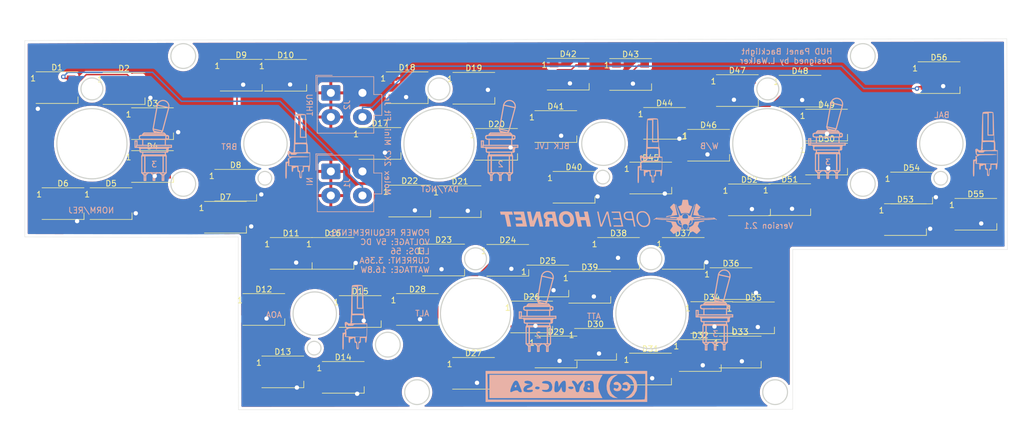
<source format=kicad_pcb>
(kicad_pcb (version 20211014) (generator pcbnew)
  (layers (0 "F.Cu" signal) (31 "B.Cu" signal) (34 "B.Paste" user) (35 "F.Paste" user) (36 "B.SilkS" user "B.Silkscreen") (37 "F.SilkS" user "F.Silkscreen") (38 "B.Mask" user) (39 "F.Mask" user) (44 "Edge.Cuts" user))
  (net 0 "")
  (net 1 "/LED+5V")
  (net 2 "/LEDGND")
  (net 3 "/DATAIN")
  (net 4 "Net-(D10-Pad4)")
  (net 5 "/DATAOUT")
  (net 6 "Net-(D1-Pad2)")
  (net 7 "Net-(D2-Pad2)")
  (net 8 "Net-(D3-Pad2)")
  (net 9 "Net-(D4-Pad2)")
  (net 10 "Net-(D5-Pad2)")
  (net 11 "Net-(D6-Pad2)")
  (net 12 "Net-(D7-Pad2)")
  (net 13 "Net-(D8-Pad2)")
  (net 14 "Net-(D10-Pad2)")
  (net 15 "Net-(D11-Pad2)")
  (net 16 "Net-(D12-Pad2)")
  (net 17 "Net-(D13-Pad2)")
  (net 18 "Net-(D14-Pad2)")
  (net 19 "Net-(D15-Pad2)")
  (net 20 "Net-(D16-Pad2)")
  (net 21 "Net-(D17-Pad2)")
  (net 22 "Net-(D18-Pad2)")
  (net 23 "Net-(D19-Pad2)")
  (net 24 "Net-(D20-Pad2)")
  (net 25 "Net-(D21-Pad2)")
  (net 26 "Net-(D22-Pad2)")
  (net 27 "Net-(D23-Pad2)")
  (net 28 "Net-(D24-Pad2)")
  (net 29 "Net-(D25-Pad2)")
  (net 30 "Net-(D26-Pad2)")
  (net 31 "Net-(D27-Pad2)")
  (net 32 "Net-(D28-Pad2)")
  (net 33 "Net-(D29-Pad2)")
  (net 34 "Net-(D30-Pad2)")
  (net 35 "Net-(D31-Pad2)")
  (net 36 "Net-(D32-Pad2)")
  (net 37 "Net-(D33-Pad2)")
  (net 38 "Net-(D34-Pad2)")
  (net 39 "Net-(D35-Pad2)")
  (net 40 "Net-(D36-Pad2)")
  (net 41 "Net-(D37-Pad2)")
  (net 42 "Net-(D38-Pad2)")
  (net 43 "Net-(D39-Pad2)")
  (net 44 "Net-(D40-Pad2)")
  (net 45 "Net-(D41-Pad2)")
  (net 46 "Net-(D42-Pad2)")
  (net 47 "Net-(D43-Pad2)")
  (net 48 "Net-(D44-Pad2)")
  (net 49 "Net-(D45-Pad2)")
  (net 50 "Net-(D46-Pad2)")
  (net 51 "Net-(D47-Pad2)")
  (net 52 "Net-(D48-Pad2)")
  (net 53 "Net-(D49-Pad2)")
  (net 54 "Net-(D50-Pad2)")
  (net 55 "Net-(D51-Pad2)")
  (net 56 "Net-(D52-Pad2)")
  (net 57 "Net-(D53-Pad2)")
  (net 58 "Net-(D54-Pad2)")
  (net 59 "Net-(D55-Pad2)")
  (footprint "OH_Footprints:LED_WS2812B_PLCC4_5.0x5.0mm_P3.2mm" (layer "F.Cu") (at 73.3044 46.736)
    (fp_text reference "D1")
    (fp_text value "WS2812B")
  )
  (footprint "OH_Footprints:LED_WS2812B_PLCC4_5.0x5.0mm_P3.2mm" (layer "F.Cu") (at 84.95 46.9)
    (fp_text reference "D2")
    (fp_text value "WS2812B")
  )
  (footprint "OH_Footprints:LED_WS2812B_PLCC4_5.0x5.0mm_P3.2mm" (layer "F.Cu") (at 89.9 53)
    (fp_text reference "D3")
    (fp_text value "WS2812B")
  )
  (footprint "OH_Footprints:LED_WS2812B_PLCC4_5.0x5.0mm_P3.2mm" (layer "F.Cu") (at 89.9 60.45)
    (fp_text reference "D4")
    (fp_text value "WS2812B")
  )
  (footprint "OH_Footprints:LED_WS2812B_PLCC4_5.0x5.0mm_P3.2mm" (layer "F.Cu") (at 82.7 66.9)
    (fp_text reference "D5")
    (fp_text value "WS2812B")
  )
  (footprint "OH_Footprints:LED_WS2812B_PLCC4_5.0x5.0mm_P3.2mm" (layer "F.Cu") (at 74.35 66.9)
    (fp_text reference "D6")
    (fp_text value "WS2812B")
  )
  (footprint "OH_Footprints:LED_WS2812B_PLCC4_5.0x5.0mm_P3.2mm" (layer "F.Cu") (at 102.579 69.266)
    (fp_text reference "D7")
    (fp_text value "WS2812B")
  )
  (footprint "OH_Footprints:LED_WS2812B_PLCC4_5.0x5.0mm_P3.2mm" (layer "F.Cu") (at 105.32 44.5768)
    (fp_text reference "D9")
    (fp_text value "WS2812B")
  )
  (footprint "OH_Footprints:LED_WS2812B_PLCC4_5.0x5.0mm_P3.2mm" (layer "F.Cu") (at 113.05 44.6)
    (fp_text reference "D10")
    (fp_text value "WS2812B")
  )
  (footprint "OH_Footprints:LED_WS2812B_PLCC4_5.0x5.0mm_P3.2mm" (layer "F.Cu") (at 114 75.55)
    (fp_text reference "D11")
    (fp_text value "WS2812B")
  )
  (footprint "OH_Footprints:LED_WS2812B_PLCC4_5.0x5.0mm_P3.2mm" (layer "F.Cu") (at 109.25 85.3)
    (fp_text reference "D12")
    (fp_text value "WS2812B")
  )
  (footprint "OH_Footprints:LED_WS2812B_PLCC4_5.0x5.0mm_P3.2mm" (layer "F.Cu") (at 112.55 96.15)
    (fp_text reference "D13")
    (fp_text value "WS2812B")
  )
  (footprint "OH_Footprints:LED_WS2812B_PLCC4_5.0x5.0mm_P3.2mm" (layer "F.Cu") (at 123.05 97.1)
    (fp_text reference "D14")
    (fp_text value "WS2812B")
  )
  (footprint "OH_Footprints:LED_WS2812B_PLCC4_5.0x5.0mm_P3.2mm" (layer "F.Cu") (at 126 85.65)
    (fp_text reference "D15")
    (fp_text value "WS2812B")
  )
  (footprint "OH_Footprints:LED_WS2812B_PLCC4_5.0x5.0mm_P3.2mm" (layer "F.Cu") (at 121.25 75.55)
    (fp_text reference "D16")
    (fp_text value "WS2812B")
  )
  (footprint "OH_Footprints:LED_WS2812B_PLCC4_5.0x5.0mm_P3.2mm" (layer "F.Cu") (at 129.438 56.4388)
    (fp_text reference "D17")
    (fp_text value "WS2812B")
  )
  (footprint "OH_Footprints:LED_WS2812B_PLCC4_5.0x5.0mm_P3.2mm" (layer "F.Cu") (at 134.15 46.75)
    (fp_text reference "D18")
    (fp_text value "WS2812B")
  )
  (footprint "OH_Footprints:LED_WS2812B_PLCC4_5.0x5.0mm_P3.2mm" (layer "F.Cu") (at 145.75 46.85)
    (fp_text reference "D19")
    (fp_text value "WS2812B")
  )
  (footprint "OH_Footprints:LED_WS2812B_PLCC4_5.0x5.0mm_P3.2mm" (layer "F.Cu") (at 149.7 56.6)
    (fp_text reference "D20")
    (fp_text value "WS2812B")
  )
  (footprint "OH_Footprints:LED_WS2812B_PLCC4_5.0x5.0mm_P3.2mm" (layer "F.Cu") (at 143.35 66.55)
    (fp_text reference "D21")
    (fp_text value "WS2812B")
  )
  (footprint "OH_Footprints:LED_WS2812B_PLCC4_5.0x5.0mm_P3.2mm" (layer "F.Cu") (at 134.6 66.45)
    (fp_text reference "D22")
    (fp_text value "WS2812B")
  )
  (footprint "OH_Footprints:LED_WS2812B_PLCC4_5.0x5.0mm_P3.2mm" (layer "F.Cu") (at 140.5 76.7)
    (fp_text reference "D23")
    (fp_text value "WS2812B")
  )
  (footprint "OH_Footprints:LED_WS2812B_PLCC4_5.0x5.0mm_P3.2mm" (layer "F.Cu") (at 151.65 76.75)
    (fp_text reference "D24")
    (fp_text value "WS2812B")
  )
  (footprint "OH_Footprints:LED_WS2812B_PLCC4_5.0x5.0mm_P3.2mm" (layer "F.Cu") (at 158.6 80.35)
    (fp_text reference "D25")
    (fp_text value "WS2812B")
  )
  (footprint "OH_Footprints:LED_WS2812B_PLCC4_5.0x5.0mm_P3.2mm" (layer "F.Cu") (at 155.8 86.6)
    (fp_text reference "D26")
    (fp_text value "WS2812B")
  )
  (footprint "OH_Footprints:LED_WS2812B_PLCC4_5.0x5.0mm_P3.2mm" (layer "F.Cu") (at 145.7 96.4)
    (fp_text reference "D27")
    (fp_text value "WS2812B")
  )
  (footprint "OH_Footprints:LED_WS2812B_PLCC4_5.0x5.0mm_P3.2mm" (layer "F.Cu") (at 135.95 85.3)
    (fp_text reference "D28")
    (fp_text value "WS2812B")
  )
  (footprint "OH_Footprints:LED_WS2812B_PLCC4_5.0x5.0mm_P3.2mm" (layer "F.Cu") (at 160.032 92.6844)
    (fp_text reference "D29")
    (fp_text value "WS2812B")
  )
  (footprint "OH_Footprints:LED_WS2812B_PLCC4_5.0x5.0mm_P3.2mm" (layer "F.Cu") (at 166.9 91.35)
    (fp_text reference "D30")
    (fp_text value "WS2812B")
  )
  (footprint "OH_Footprints:LED_WS2812B_PLCC4_5.0x5.0mm_P3.2mm" (layer "F.Cu") (at 176.45 95.65)
    (fp_text reference "D31")
    (fp_text value "WS2812B")
  )
  (footprint "OH_Footprints:LED_WS2812B_PLCC4_5.0x5.0mm_P3.2mm" (layer "F.Cu") (at 185.1 93.3)
    (fp_text reference "D32")
    (fp_text value "WS2812B")
  )
  (footprint "OH_Footprints:LED_WS2812B_PLCC4_5.0x5.0mm_P3.2mm" (layer "F.Cu") (at 192.05 92.7)
    (fp_text reference "D33")
    (fp_text value "WS2812B")
  )
  (footprint "OH_Footprints:LED_WS2812B_PLCC4_5.0x5.0mm_P3.2mm" (layer "F.Cu") (at 187.1 86.7)
    (fp_text reference "D34")
    (fp_text value "WS2812B")
  )
  (footprint "OH_Footprints:LED_WS2812B_PLCC4_5.0x5.0mm_P3.2mm" (layer "F.Cu") (at 194.35 86.75)
    (fp_text reference "D35")
    (fp_text value "WS2812B")
  )
  (footprint "OH_Footprints:LED_WS2812B_PLCC4_5.0x5.0mm_P3.2mm" (layer "F.Cu") (at 190.45 80.8)
    (fp_text reference "D36")
    (fp_text value "WS2812B")
  )
  (footprint "OH_Footprints:LED_WS2812B_PLCC4_5.0x5.0mm_P3.2mm" (layer "F.Cu") (at 182.15 75.55)
    (fp_text reference "D37")
    (fp_text value "WS2812B")
  )
  (footprint "OH_Footprints:LED_WS2812B_PLCC4_5.0x5.0mm_P3.2mm" (layer "F.Cu") (at 170.9 75.55)
    (fp_text reference "D38")
    (fp_text value "WS2812B")
  )
  (footprint "OH_Footprints:LED_WS2812B_PLCC4_5.0x5.0mm_P3.2mm" (layer "F.Cu") (at 165.9 81.45)
    (fp_text reference "D39")
    (fp_text value "WS2812B")
  )
  (footprint "OH_Footprints:LED_WS2812B_PLCC4_5.0x5.0mm_P3.2mm" (layer "F.Cu") (at 163.158 64.059)
    (fp_text reference "D40")
    (fp_text value "WS2812B")
  )
  (footprint "OH_Footprints:LED_WS2812B_PLCC4_5.0x5.0mm_P3.2mm" (layer "F.Cu") (at 160 53.5)
    (fp_text reference "D41")
    (fp_text value "WS2812B")
  )
  (footprint "OH_Footprints:LED_WS2812B_PLCC4_5.0x5.0mm_P3.2mm" (layer "F.Cu") (at 162.15 44.4)
    (fp_text reference "D42")
    (fp_text value "WS2812B")
  )
  (footprint "OH_Footprints:LED_WS2812B_PLCC4_5.0x5.0mm_P3.2mm" (layer "F.Cu") (at 173 44.45)
    (fp_text reference "D43")
    (fp_text value "WS2812B")
  )
  (footprint "OH_Footprints:LED_WS2812B_PLCC4_5.0x5.0mm_P3.2mm" (layer "F.Cu") (at 178.9 52.95)
    (fp_text reference "D44")
    (fp_text value "WS2812B")
  )
  (footprint "OH_Footprints:LED_WS2812B_PLCC4_5.0x5.0mm_P3.2mm" (layer "F.Cu") (at 176.5 62.45)
    (fp_text reference "D45")
    (fp_text value "WS2812B")
  )
  (footprint "OH_Footprints:LED_WS2812B_PLCC4_5.0x5.0mm_P3.2mm" (layer "F.Cu") (at 186.55 56.75)
    (fp_text reference "D46")
    (fp_text value "WS2812B")
  )
  (footprint "OH_Footprints:LED_WS2812B_PLCC4_5.0x5.0mm_P3.2mm" (layer "F.Cu") (at 191.55 47.25)
    (fp_text reference "D47")
    (fp_text value "WS2812B")
  )
  (footprint "OH_Footprints:LED_WS2812B_PLCC4_5.0x5.0mm_P3.2mm" (layer "F.Cu") (at 202.45 47.35)
    (fp_text reference "D48")
    (fp_text value "WS2812B")
  )
  (footprint "OH_Footprints:LED_WS2812B_PLCC4_5.0x5.0mm_P3.2mm" (layer "F.Cu") (at 207.05 53.25)
    (fp_text reference "D49")
    (fp_text value "WS2812B")
  )
  (footprint "OH_Footprints:LED_WS2812B_PLCC4_5.0x5.0mm_P3.2mm" (layer "F.Cu") (at 207.05 59.15)
    (fp_text reference "D50")
    (fp_text value "WS2812B")
  )
  (footprint "OH_Footprints:LED_WS2812B_PLCC4_5.0x5.0mm_P3.2mm" (layer "F.Cu") (at 200.65 66.2)
    (fp_text reference "D51")
    (fp_text value "WS2812B")
  )
  (footprint "OH_Footprints:LED_WS2812B_PLCC4_5.0x5.0mm_P3.2mm" (layer "F.Cu") (at 193.65 66.25)
    (fp_text reference "D52")
    (fp_text value "WS2812B")
  )
  (footprint "OH_Footprints:LED_WS2812B_PLCC4_5.0x5.0mm_P3.2mm" (layer "F.Cu") (at 220.763 69.672)
    (fp_text reference "D53")
    (fp_text value "WS2812B")
  )
  (footprint "OH_Footprints:LED_WS2812B_PLCC4_5.0x5.0mm_P3.2mm" (layer "F.Cu") (at 221.832 64.186)
    (fp_text reference "D54")
    (fp_text value "WS2812B")
  )
  (footprint "OH_Footprints:LED_WS2812B_PLCC4_5.0x5.0mm_P3.2mm" (layer "F.Cu") (at 233 68.75)
    (fp_text reference "D55")
    (fp_text value "WS2812B")
  )
  (footprint "OH_Footprints:LED_WS2812B_PLCC4_5.0x5.0mm_P3.2mm" (layer "F.Cu") (at 226.6 45)
    (fp_text reference "D56")
    (fp_text value "WS2812B")
  )
  (footprint "OH_Footprints:LED_WS2812B_PLCC4_5.0x5.0mm_P3.2mm" (layer "F.Cu") (at 104.357 63.703)
    (fp_text reference "D8")
    (fp_text value "WS2812B")
  )
  (footprint "OH_Backlighting:100SP3_Toggle_Silkscreen" (layer "F.Cu") (at 188.214 86.741)
    (fp_text reference "G***" hide)
    (fp_text value "100SP3 Toggle" hide)
  )
  (footprint "OH_Footprints:BR10K_Pot_Silkscreen" (layer "F.Cu") (at 115.189 56.896)
    (fp_text reference "LOGO1" hide)
    (fp_text value "OH_BR10KPot_Silkscreen" hide)
  )
  (footprint "OH_Footprints:BR10K_Pot_Silkscreen" (layer "F.Cu") (at 234.696 56.515)
    (fp_text reference "LOGO3" hide)
    (fp_text value "OH_BR10KPot_Silkscreen" hide)
  )
  (footprint "OH_Footprints:BR10K_Pot_Silkscreen" (layer "F.Cu") (at 176.403 57.658)
    (fp_text reference "LOGO4" hide)
    (fp_text value "OH_BR10KPot_Silkscreen" hide)
  )
  (footprint "OH_Footprints:BR10K_Pot_Silkscreen" (layer "F.Cu") (at 125.095 86.614)
    (fp_text reference "LOGO6" hide)
    (fp_text value "OH_BR10KPot_Silkscreen" hide)
  )
  (footprint "OH_Backlighting:100SP3_Toggle_Silkscreen" (layer "F.Cu") (at 90.678 57.277)
    (fp_text reference "G***" hide)
    (fp_text value "100SP3 Toggle" hide)
  )
  (footprint "OH_Backlighting:100SP1_Toggle_Silkscreen" (layer "F.Cu") (at 150.876 57.277)
    (fp_text reference "G***" hide)
    (fp_text value "100SP1 Toggle" hide)
  )
  (footprint "OH_Backlighting:100SP3_Toggle_Silkscreen" (layer "F.Cu") (at 207.772 56.896)
    (fp_text reference "G***" hide)
    (fp_text value "100SP3 Toggle" hide)
  )
  (footprint "OH_Backlighting:100SP1_Toggle_Silkscreen" (layer "F.Cu") (at 157.48 86.995)
    (fp_text reference "G***" hide)
    (fp_text value "100SP1 Toggle" hide)
  )
  (footprint "OH_Footprints:Molex_Mini-Fit_Jr_5566-04A_2x02_P4.20mm_Vertical" (layer "B.Cu") (at 120.9 47.65 -90)
    (fp_text reference "J2")
    (fp_text value "Conn_01x04_Female")
  )
  (footprint "OH_Footprints:Molex_Mini-Fit_Jr_5566-04A_2x02_P4.20mm_Vertical" (layer "B.Cu") (at 120.9 61.3 -90)
    (fp_text reference "J1")
    (fp_text value "Conn_01x04_Female")
  )
  (footprint "OH_Library:OH_LOGO_37.7mm_5.9mm" (layer "B.Cu") (at 169.164 69.215 180)
    (fp_text reference "G***" hide)
    (fp_text value "LOGO" hide)
  )
  (footprint "OH_Library:CC-BY-NC-SA-Small" (layer "B.Cu") (at 161.925 98.679 180)
    (fp_text reference "G***" hide)
    (fp_text value "LOGO" hide)
  )
  (gr_line (start 238.4044 38.2524) (end 95.1992 38.4556) (layer "Edge.Cuts") (width 0.05))
  (gr_circle (center 227.0125 56.4896) (end 230.782812 56.4896) (layer "Edge.Cuts") (width 0.2) (fill none))
  (gr_circle (center 118.11 86.017099) (end 121.880313 86.017099) (layer "Edge.Cuts") (width 0.2) (fill none))
  (gr_circle (center 196.85 46.9646) (end 198.755 46.9646) (layer "Edge.Cuts") (width 0.2) (fill none))
  (gr_circle (center 118.005497 92.016189) (end 119.196122 92.016189) (layer "Edge.Cuts") (width 0.2) (fill none))
  (gr_circle (center 79.375 46.9646) (end 81.28 46.9646) (layer "Edge.Cuts") (width 0.2) (fill none))
  (gr_circle (center 146.05 76.492099) (end 147.955001 76.492099) (layer "Edge.Cuts") (width 0.2) (fill none))
  (gr_circle (center 95.25 41.2496) (end 97.40265 41.2496) (layer "Edge.Cuts") (width 0.2) (fill none))
  (gr_circle (center 146.05 86.017099) (end 152.146 86.017099) (layer "Edge.Cuts") (width 0.2) (fill none))
  (gr_circle (center 109.5375 56.4896) (end 113.307813 56.4896) (layer "Edge.Cuts") (width 0.2) (fill none))
  (gr_circle (center 168.275 56.4896) (end 172.045312 56.4896) (layer "Edge.Cuts") (width 0.2) (fill none))
  (gr_line (start 95.1992 38.4556) (end 67.7164 38.5572) (layer "Edge.Cuts") (width 0.05))
  (gr_line (start 238.506 74.8792) (end 238.4044 38.2524) (layer "Edge.Cuts") (width 0.05))
  (gr_circle (center 79.375 56.4896) (end 85.471001 56.4896) (layer "Edge.Cuts") (width 0.2) (fill none))
  (gr_line (start 104.8004 72.6948) (end 104.8512 102.7176) (layer "Edge.Cuts") (width 0.05))
  (gr_line (start 67.7164 38.5572) (end 67.7164 72.6948) (layer "Edge.Cuts") (width 0.05))
  (gr_circle (center 213.36 63.4746) (end 215.512649 63.4746) (layer "Edge.Cuts") (width 0.2) (fill none))
  (gr_circle (center 135.89 99.669599) (end 138.04265 99.669599) (layer "Edge.Cuts") (width 0.2) (fill none))
  (gr_circle (center 196.85 56.4896) (end 202.946 56.4896) (layer "Edge.Cuts") (width 0.2) (fill none))
  (gr_line (start 67.7164 72.6948) (end 96.6724 72.7456) (layer "Edge.Cuts") (width 0.05))
  (gr_circle (center 95.25 63.4746) (end 97.40265 63.4746) (layer "Edge.Cuts") (width 0.2) (fill none))
  (gr_circle (center 139.7 46.9646) (end 141.605 46.9646) (layer "Edge.Cuts") (width 0.2) (fill none))
  (gr_line (start 201.168 102.6668) (end 201.168 74.8792) (layer "Edge.Cuts") (width 0.05))
  (gr_circle (center 130.81 91.414599) (end 132.96265 91.414599) (layer "Edge.Cuts") (width 0.2) (fill none))
  (gr_circle (center 176.53 76.492099) (end 178.434999 76.492099) (layer "Edge.Cuts") (width 0.2) (fill none))
  (gr_circle (center 198.12 99.669599) (end 200.27265 99.669599) (layer "Edge.Cuts") (width 0.2) (fill none))
  (gr_circle (center 213.36 41.2496) (end 215.51265 41.2496) (layer "Edge.Cuts") (width 0.2) (fill none))
  (gr_circle (center 109.432997 62.48869) (end 110.623622 62.48869) (layer "Edge.Cuts") (width 0.2) (fill none))
  (gr_circle (center 168.17398 62.288721) (end 169.364605 62.288721) (layer "Edge.Cuts") (width 0.2) (fill none))
  (gr_circle (center 176.53 86.017099) (end 182.625999 86.017099) (layer "Edge.Cuts") (width 0.2) (fill none))
  (gr_line (start 201.168 74.8792) (end 238.506 74.8792) (layer "Edge.Cuts") (width 0.05))
  (gr_circle (center 226.907996 62.48869) (end 228.098621 62.48869) (layer "Edge.Cuts") (width 0.2) (fill none))
  (gr_line (start 104.8512 102.7176) (end 201.168 102.6668) (layer "Edge.Cuts") (width 0.05))
  (gr_circle (center 139.7 56.4896) (end 145.796 56.4896) (layer "Edge.Cuts") (width 0.2) (fill none))
  (gr_line (start 96.6724 72.7456) (end 104.8004 72.6948) (layer "Edge.Cuts") (width 0.05))
  (gr_text "POWER REQUIREMENTS:\nVOLTAGE: 5V DC\nLEDS: 56\nCURRENT: 3.36A\nWATTAGE: 16.8W" (at 138.176 75.184) (layer "B.SilkS") (effects (font (size 1 1)) (justify left mirror)))
  (gr_text "IN" (at 117.15 63.05 270) (layer "B.SilkS") (effects (font (size 1 1)) (justify mirror)))
  (gr_text "Version 2.1" (at 196.977 70.739) (layer "B.SilkS") (effects (font (size 1 1)) (justify mirror)))
  (gr_text "ALT" (at 136.779 85.979) (layer "B.SilkS") (effects (font (size 1 1)) (justify mirror)))
  (gr_text "NORM/REJ" (at 79.248 68.072) (layer "B.SilkS") (effects (font (size 1 1)) (justify mirror)))
  (gr_text "W/B" (at 186.69 56.896) (layer "B.SilkS") (effects (font (size 1 1)) (justify mirror)))
  (gr_text "ATT" (at 166.624 86.487) (layer "B.SilkS") (effects (font (size 1 1)) (justify mirror)))
  (gr_text "THRU" (at 117.15 49.75 270) (layer "B.SilkS") (effects (font (size 1 1)) (justify mirror)))
  (gr_text "DAY/NGT" (at 139.827 64.389) (layer "B.SilkS") (effects (font (size 1 1)) (justify mirror)))
  (gr_text "BLK LVL" (at 159.385 56.896) (layer "B.SilkS") (effects (font (size 1 1)) (justify mirror)))
  (gr_text "Molex 2X2 Mini-Fit Jr." (at 130.75 56.75 270) (layer "B.SilkS") (effects (font (size 1 1)) (justify mirror)))
  (gr_text "BRT" (at 103.251 57.023) (layer "B.SilkS") (effects (font (size 1 1)) (justify mirror)))
  (gr_text "BAL" (at 227.1014 51.4858) (layer "B.SilkS") (effects (font (size 1 1)) (justify mirror)))
  (gr_text "HUD Panel Backlight\nDesigned by L.Walker" (at 208.153 41.275) (layer "B.SilkS") (effects (font (size 1 1)) (justify left mirror)))
  (gr_text "AOA" (at 110.998 86.233) (layer "B.SilkS") (effects (font (size 1 1)) (justify mirror)))
  (segment (start 167.259 65.659) (end 167.259 65.659) (width 1) (layer "F.Cu") (net 2))
  (segment (start 181.483 55.626) (end 181.35 55.747) (width 1) (layer "F.Cu") (net 2))
  (segment (start 136.398 86.995) (end 136.493 86.9) (width 1) (layer "F.Cu") (net 2))
  (segment (start 145.8 68.15) (end 144.702 68.15) (width 1) (layer "F.Cu") (net 2))
  (segment (start 167.513 92.964) (end 167.527 92.95) (width 1) (layer "F.Cu") (net 2))
  (segment (start 86.995 68.58) (end 86.915 68.5) (width 1) (layer "F.Cu") (net 2))
  (segment (start 87.4 48.5) (end 89.535 48.514) (width 1) (layer "F.Cu") (net 2))
  (segment (start 162.482 94.2844) (end 160.655 94.234) (width 1) (layer "F.Cu") (net 2))
  (segment (start 123.7 77.15) (end 125.222 77.216) (width 1) (layer "F.Cu") (net 2))
  (segment (start 186.182 77.089) (end 186.248 77.15) (width 1) (layer "F.Cu") (net 2))
  (segment (start 125.222 77.216) (end 125.156 77.15) (width 1) (layer "F.Cu") (net 2))
  (segment (start 235.45 70.35) (end 233.942 70.35) (width 1) (layer "F.Cu") (net 2))
  (segment (start 76.8 68.5) (end 76.8 69.942) (width 1) (layer "F.Cu") (net 2))
  (segment (start 152.15 58.2) (end 152.15 57.146) (width 1) (layer "F.Cu") (net 2))
  (segment (start 85.15 68.5) (end 86.995 68.58) (width 1) (layer "F.Cu") (net 2))
  (segment (start 133.985 48.387) (end 133.895 48.35) (width 1) (layer "F.Cu") (net 2))
  (segment (start 202.819 48.895) (end 202.874 48.95) (width 1) (layer "F.Cu") (net 2))
  (segment (start 173.35 77.15) (end 171.638 77.15) (width 1) (layer "F.Cu") (net 2))
  (segment (start 181.35 54.55) (end 181.483 55.626) (width 1) (layer "F.Cu") (net 2))
  (segment (start 203.1 67.8) (end 201.059 67.8) (width 1) (layer "F.Cu") (net 2))
  (segment (start 131.888 58.0388) (end 130.302 58.0388) (width 1) (layer "F.Cu") (net 2))
  (segment (start 92.35 54.6) (end 94.361 54.483) (width 1) (layer "F.Cu") (net 2))
  (segment (start 224.282 65.786) (end 226.06 65.786) (width 1) (layer "F.Cu") (net 2))
  (segment (start 146.304 98.044) (end 146.348 98) (width 1) (layer "F.Cu") (net 2))
  (segment (start 125.5 98.7) (end 125.476 99.949) (width 1) (layer "F.Cu") (net 2))
  (segment (start 165.608 65.659) (end 167.259 65.659) (width 1) (layer "F.Cu") (net 2))
  (segment (start 105.664 46.228) (end 105.715 46.1768) (width 1) (layer "F.Cu") (net 2))
  (segment (start 142.95 78.3) (end 140.14 78.3) (width 1) (layer "F.Cu") (net 2))
  (segment (start 227.33 46.482) (end 227.448 46.6) (width 1) (layer "F.Cu") (net 2))
  (segment (start 116.45 77.15) (end 114.874 77.15) (width 1) (layer "F.Cu") (net 2))
  (segment (start 138.4 86.9) (end 136.398 86.995) (width 1) (layer "F.Cu") (net 2))
  (segment (start 161.05 81.95) (end 159.604 81.95) (width 1) (layer "F.Cu") (net 2))
  (segment (start 89.535 48.514) (end 89.521 48.5) (width 1) (layer "F.Cu") (net 2))
  (segment (start 185.547 94.996) (end 185.643 94.9) (width 1) (layer "F.Cu") (net 2))
  (segment (start 107.77 46.1768) (end 105.664 46.228) (width 1) (layer "F.Cu") (net 2))
  (segment (start 187.579 88.265) (end 187.614 88.3) (width 1) (layer "F.Cu") (net 2))
  (segment (start 148.15 98) (end 146.304 98.044) (width 1) (layer "F.Cu") (net 2))
  (segment (start 148.2 48.45) (end 148.2 47.126) (width 1) (layer "F.Cu") (net 2))
  (segment (start 209.5 54.85) (end 207.137 54.737) (width 1) (layer "F.Cu") (net 2))
  (segment (start 204.9 48.95) (end 202.819 48.895) (width 1) (layer "F.Cu") (net 2))
  (segment (start 189.55 88.3) (end 187.579 88.265) (width 1) (layer "F.Cu") (net 2))
  (segment (start 137.05 68.05) (end 135.509 68.072) (width 1) (layer "F.Cu") (net 2))
  (segment (start 90.297 62.103) (end 90.35 62.05) (width 1) (layer "F.Cu") (net 2))
  (segment (start 73.6714 50.419) (end 69.977 50.419) (width 1) (layer "F.Cu") (net 2))
  (segment (start 192.9 82.4) (end 194.795 82.4) (width 1) (layer "F.Cu") (net 2))
  (segment (start 92.35 62.05) (end 90.297 62.103) (width 1) (layer "F.Cu") (net 2))
  (segment (start 75.7544 48.336) (end 73.6714 50.419) (width 1) (layer "F.Cu") (net 2))
  (segment (start 154.1 78.35) (end 152.273 78.232) (width 1) (layer "F.Cu") (net 2))
  (segment (start 135.509 68.072) (end 135.531 68.05) (width 1) (layer "F.Cu") (net 2))
  (segment (start 115 97.75) (end 115 98.868) (width 1) (layer "F.Cu") (net 2))
  (segment (start 189 58.35) (end 186.366 58.35) (width 1) (layer "F.Cu") (net 2))
  (segment (start 178.95 64.05) (end 178.95 65.158) (width 1) (layer "F.Cu") (net 2))
  (segment (start 207.137 54.737) (end 207.25 54.85) (width 1) (layer "F.Cu") (net 2))
  (segment (start 164.6 46) (end 162.459 46) (width 1) (layer "F.Cu") (net 2))
  (segment (start 109.728 86.868) (end 109.76 86.9) (width 1) (layer "F.Cu") (net 2))
  (segment (start 128.45 87.25) (end 126.62 87.25) (width 1) (layer "F.Cu") (net 2))
  (segment (start 184.6 77.15) (end 186.182 77.089) (width 1) (layer "F.Cu") (net 2))
  (segment (start 169.35 92.95) (end 167.513 92.964) (width 1) (layer "F.Cu") (net 2))
  (segment (start 175.45 46.05) (end 173.406 46.05) (width 1) (layer "F.Cu") (net 2))
  (segment (start 106.807 65.303) (end 108.814 65.303) (width 1) (layer "F.Cu") (net 2))
  (segment (start 195.114 88.35) (end 194.987 88.35) (width 1) (layer "F.Cu") (net 2))
  (segment (start 194.5 94.3) (end 192.339 94.3) (width 1) (layer "F.Cu") (net 2))
  (segment (start 168.35 83.05) (end 166.616 83.05) (width 1) (layer "F.Cu") (net 2))
  (segment (start 229.05 46.6) (end 227.33 46.482) (width 1) (layer "F.Cu") (net 2))
  (segment (start 152.273 78.232) (end 152.264 78.35) (width 1) (layer "F.Cu") (net 2))
  (segment (start 125.476 99.949) (end 125.5 99.925) (width 1) (layer "F.Cu") (net 2))
  (segment (start 223.213 71.272) (end 225.069 71.272) (width 1) (layer "F.Cu") (net 2))
  (segment (start 162.45 55.1) (end 160.927 55.1) (width 1) (layer "F.Cu") (net 2))
  (segment (start 196.8 88.35) (end 195.114 88.35) (width 1) (layer "F.Cu") (net 2))
  (segment (start 160.655 94.234) (end 160.705 94.2844) (width 1) (layer "F.Cu") (net 2))
  (segment (start 105.029 70.866) (end 107.061 70.866) (width 1) (layer "F.Cu") (net 2))
  (segment (start 136.6 48.35) (end 133.985 48.387) (width 1) (layer "F.Cu") (net 2))
  (segment (start 187.55 94.9) (end 185.547 94.996) (width 1) (layer "F.Cu") (net 2))
  (segment (start 194 48.85) (end 190.963 48.85) (width 1) (layer "F.Cu") (net 2))
  (segment (start 111.7 86.9) (end 109.728 86.868) (width 1) (layer "F.Cu") (net 2))
  (segment (start 115.5 46.2) (end 113.82 46.2) (width 1) (layer "F.Cu") (net 2))
  (segment (start 158.25 88.2) (end 156.464 88.138) (width 1) (layer "F.Cu") (net 2))
  (segment (start 94.361 54.483) (end 94.244 54.6) (width 1) (layer "F.Cu") (net 2))
  (segment (start 178.9 97.25) (end 176.752 97.25) (width 1) (layer "F.Cu") (net 2))
  (segment (start 171.638 77.15) (end 170.815 76.327) (width 1) (layer "F.Cu") (net 2))
  (segment (start 156.464 88.138) (end 156.526 88.2) (width 1) (layer "F.Cu") (net 2))
  (segment (start 196.1 67.85) (end 194.088 67.85) (width 1) (layer "F.Cu") (net 2))
  (segment (start 209.5 60.75) (end 207.347 60.75) (width 1) (layer "F.Cu") (net 2))
  (segment (start 140.14 78.3) (end 140.013 78.3) (width 1) (layer "F.Cu") (net 2))
  (via (at 130.302 58.0388) (size 1.5) (drill 0.75) (layers "F.Cu" "B.Cu") (net 2))
  (via (at 186.366 58.35) (size 1.5) (drill 0.75) (layers "F.Cu" "B.Cu") (net 2))
  (via (at 144.702 68.15) (size 1.5) (drill 0.75) (layers "F.Cu" "B.Cu") (net 2))
  (via (at 152.273 78.232) (size 1.5) (drill 0.75) (layers "F.Cu" "B.Cu") (net 2))
  (via (at 89.535 48.514) (size 1.5) (drill 0.75) (layers "F.Cu" "B.Cu") (net 2))
  (via (at 201.059 67.8) (size 1.5) (drill 0.75) (layers "F.Cu" "B.Cu") (net 2))
  (via (at 105.664 46.228) (size 1.5) (drill 0.75) (layers "F.Cu" "B.Cu") (net 2))
  (via (at 186.182 77.089) (size 1.5) (drill 0.75) (layers "F.Cu" "B.Cu") (net 2))
  (via (at 148.2 47.126) (size 1.5) (drill 0.75) (layers "F.Cu" "B.Cu") (net 2))
  (via (at 162.459 46) (size 1.5) (drill 0.75) (layers "F.Cu" "B.Cu") (net 2))
  (via (at 181.483 55.626) (size 1.5) (drill 0.75) (layers "F.Cu" "B.Cu") (net 2))
  (via (at 176.752 97.25) (size 1.5) (drill 0.75) (layers "F.Cu" "B.Cu") (net 2))
  (via (at 194.088 67.85) (size 1.5) (drill 0.75) (layers "F.Cu" "B.Cu") (net 2))
  (via (at 76.8 69.942) (size 1.5) (drill 0.75) (layers "F.Cu" "B.Cu") (net 2))
  (via (at 233.942 70.35) (size 1.5) (drill 0.75) (layers "F.Cu" "B.Cu") (net 2))
  (via (at 136.398 86.995) (size 1.5) (drill 0.75) (layers "F.Cu" "B.Cu") (net 2))
  (via (at 227.33 46.482) (size 1.5) (drill 0.75) (layers "F.Cu" "B.Cu") (net 2))
  (via (at 152.15 57.146) (size 1.5) (drill 0.75) (layers "F.Cu" "B.Cu") (net 2))
  (via (at 167.259 65.659) (size 1.5) (drill 0.75) (layers "F.Cu" "B.Cu") (net 2))
  (via (at 166.616 83.05) (size 1.5) (drill 0.75) (layers "F.Cu" "B.Cu") (net 2))
  (via (at 202.819 48.895) (size 1.5) (drill 0.75) (layers "F.Cu" "B.Cu") (net 2))
  (via (at 207.347 60.75) (size 1.5) (drill 0.75) (layers "F.Cu" "B.Cu") (net 2))
  (via (at 126.62 87.25) (size 1.5) (drill 0.75) (layers "F.Cu" "B.Cu") (net 2))
  (via (at 192.339 94.3) (size 1.5) (drill 0.75) (layers "F.Cu" "B.Cu") (net 2))
  (via (at 90.297 62.103) (size 1.5) (drill 0.75) (layers "F.Cu" "B.Cu") (net 2))
  (via (at 125.222 77.216) (size 1.5) (drill 0.75) (layers "F.Cu" "B.Cu") (net 2))
  (via (at 187.579 88.265) (size 1.5) (drill 0.75) (layers "F.Cu" "B.Cu") (net 2))
  (via (at 156.464 88.138) (size 1.5) (drill 0.75) (layers "F.Cu" "B.Cu") (net 2))
  (via (at 178.95 65.158) (size 1.5) (drill 0.75) (layers "F.Cu" "B.Cu") (net 2))
  (via (at 107.061 70.866) (size 1.5) (drill 0.75) (layers "F.Cu" "B.Cu") (net 2))
  (via (at 133.985 48.387) (size 1.5) (drill 0.75) (layers "F.Cu" "B.Cu") (net 2))
  (via (at 167.513 92.964) (size 1.5) (drill 0.75) (layers "F.Cu" "B.Cu") (net 2))
  (via (at 225.069 71.272) (size 1.5) (drill 0.75) (layers "F.Cu" "B.Cu") (net 2))
  (via (at 170.815 76.327) (size 1.5) (drill 0.75) (layers "F.Cu" "B.Cu") (net 2))
  (via (at 160.927 55.1) (size 1.5) (drill 0.75) (layers "F.Cu" "B.Cu") (net 2))
  (via (at 207.137 54.737) (size 1.5) (drill 0.75) (layers "F.Cu" "B.Cu") (net 2))
  (via (at 115 98.868) (size 1.5) (drill 0.75) (layers "F.Cu" "B.Cu") (net 2))
  (via (at 114.874 77.15) (size 1.5) (drill 0.75) (layers "F.Cu" "B.Cu") (net 2))
  (via (at 146.304 98.044) (size 1.5) (drill 0.75) (layers "F.Cu" "B.Cu") (net 2))
  (via (at 125.476 99.949) (size 1.5) (drill 0.75) (layers "F.Cu" "B.Cu") (net 2))
  (via (at 190.963 48.85) (size 1.5) (drill 0.75) (layers "F.Cu" "B.Cu") (net 2))
  (via (at 108.814 65.303) (size 1.5) (drill 0.75) (layers "F.Cu" "B.Cu") (net 2))
  (via (at 173.406 46.05) (size 1.5) (drill 0.75) (layers "F.Cu" "B.Cu") (net 2))
  (via (at 159.604 81.95) (size 1.5) (drill 0.75) (layers "F.Cu" "B.Cu") (net 2))
  (via (at 86.995 68.58) (size 1.5) (drill 0.75) (layers "F.Cu" "B.Cu") (net 2))
  (via (at 109.728 86.868) (size 1.5) (drill 0.75) (layers "F.Cu" "B.Cu") (net 2))
  (via (at 194.795 82.4) (size 1.5) (drill 0.75) (layers "F.Cu" "B.Cu") (net 2))
  (via (at 185.547 94.996) (size 1.5) (drill 0.75) (layers "F.Cu" "B.Cu") (net 2))
  (via (at 195.114 88.35) (size 1.5) (drill 0.75) (layers "F.Cu" "B.Cu") (net 2))
  (via (at 94.361 54.483) (size 1.5) (drill 0.75) (layers "F.Cu" "B.Cu") (net 2))
  (via (at 135.509 68.072) (size 1.5) (drill 0.75) (layers "F.Cu" "B.Cu") (net 2))
  (via (at 140.14 78.3) (size 1.5) (drill 0.75) (layers "F.Cu" "B.Cu") (net 2))
  (via (at 160.655 94.234) (size 1.5) (drill 0.75) (layers "F.Cu" "B.Cu") (net 2))
  (via (at 69.977 50.419) (size 1.5) (drill 0.75) (layers "F.Cu" "B.Cu") (net 2))
  (via (at 113.82 46.2) (size 1.5) (drill 0.75) (layers "F.Cu" "B.Cu") (net 2))
  (via (at 226.06 65.786) (size 1.5) (drill 0.75) (layers "F.Cu" "B.Cu") (net 2))
  (segment (start 74.6791 45.136) (end 74.3994 44.8563) (width 0.25) (layer "F.Cu") (net 3))
  (segment (start 75.7544 45.136) (end 74.6791 45.136) (width 0.25) (layer "F.Cu") (net 3))
  (via (at 74.3994 44.8563) (size 0.8) (drill 0.4) (layers "F.Cu" "B.Cu") (net 3))
  (segment (start 123.9721 61.6062) (end 126.1906 63.8247) (width 0.25) (layer "B.Cu") (net 3))
  (segment (start 126.4 65.5) (end 126.4 63.8247) (width 0.25) (layer "B.Cu") (net 3))
  (segment (start 75.1743 44.0814) (end 89.9164 44.0814) (width 0.25) (layer "B.Cu") (net 3))
  (segment (start 94.9438 49.1088) (end 112.0746 49.1088) (width 0.25) (layer "B.Cu") (net 3))
  (segment (start 89.9164 44.0814) (end 94.9438 49.1088) (width 0.25) (layer "B.Cu") (net 3))
  (segment (start 112.0746 49.1088) (end 123.9721 61.0063) (width 0.25) (layer "B.Cu") (net 3))
  (segment (start 74.3994 44.8563) (end 75.1743 44.0814) (width 0.25) (layer "B.Cu") (net 3))
  (segment (start 126.1906 63.8247) (end 126.4 63.8247) (width 0.25) (layer "B.Cu") (net 3))
  (segment (start 123.9721 61.0063) (end 123.9721 61.6062) (width 0.25) (layer "B.Cu") (net 3))
  (segment (start 102.87 46.0924) (end 106.811 42.1514) (width 0.25) (layer "F.Cu") (net 4))
  (segment (start 106.811 42.1514) (end 113.576 42.1514) (width 0.25) (layer "F.Cu") (net 4))
  (segment (start 114.425 43) (end 115.5 43) (width 0.25) (layer "F.Cu") (net 4))
  (segment (start 113.576 42.1514) (end 114.425 43) (width 0.25) (layer "F.Cu") (net 4))
  (segment (start 102.87 46.1768) (end 102.87 46.0924) (width 0.25) (layer "F.Cu") (net 4))
  (segment (start 223.075 46.6) (end 222.776 46.8985) (width 0.25) (layer "F.Cu") (net 5))
  (segment (start 224.15 46.6) (end 223.075 46.6) (width 0.25) (layer "F.Cu") (net 5))
  (via (at 222.776 46.8985) (size 0.8) (drill 0.4) (layers "F.Cu" "B.Cu") (net 5))
  (segment (start 126.4 51.85) (end 126.4 50.1747) (width 0.25) (layer "B.Cu") (net 5))
  (segment (start 222.776 46.8985) (end 213.5483 46.8985) (width 0.25) (layer "B.Cu") (net 5))
  (segment (start 135.2342 43.0158) (end 128.0753 50.1747) (width 0.25) (layer "B.Cu") (net 5))
  (segment (start 213.5483 46.8985) (end 209.6656 43.0158) (width 0.25) (layer "B.Cu") (net 5))
  (segment (start 209.6656 43.0158) (end 135.2342 43.0158) (width 0.25) (layer "B.Cu") (net 5))
  (segment (start 128.0753 50.1747) (end 126.4 50.1747) (width 0.25) (layer "B.Cu") (net 5))
  (segment (start 71.9297 48.336) (end 72.755 47.5107) (width 0.25) (layer "F.Cu") (net 6))
  (segment (start 70.8544 48.336) (end 71.9297 48.336) (width 0.25) (layer "F.Cu") (net 6))
  (segment (start 75.3605 47.5107) (end 78.3965 44.4747) (width 0.25) (layer "F.Cu") (net 6))
  (segment (start 86.3247 45.3) (end 87.4 45.3) (width 0.25) (layer "F.Cu") (net 6))
  (segment (start 78.3965 44.4747) (end 85.4994 44.4747) (width 0.25) (layer "F.Cu") (net 6))
  (segment (start 85.4994 44.4747) (end 86.3247 45.3) (width 0.25) (layer "F.Cu") (net 6))
  (segment (start 72.755 47.5107) (end 75.3605 47.5107) (width 0.25) (layer "F.Cu") (net 6))
  (segment (start 90.4494 50.5747) (end 91.2747 51.4) (width 0.25) (layer "F.Cu") (net 7))
  (segment (start 85.65 50.5747) (end 90.4494 50.5747) (width 0.25) (layer "F.Cu") (net 7))
  (segment (start 82.5 48.5) (end 83.5753 48.5) (width 0.25) (layer "F.Cu") (net 7))
  (segment (start 91.2747 51.4) (end 92.35 51.4) (width 0.25) (layer "F.Cu") (net 7))
  (segment (start 83.5753 48.5) (end 85.65 50.5747) (width 0.25) (layer "F.Cu") (net 7))
  (segment (start 87.45 54.6) (end 88.1 54.6) (width 0.25) (layer "F.Cu") (net 8))
  (segment (start 88.1 54.6) (end 92.35 58.85) (width 0.25) (layer "F.Cu") (net 8))
  (segment (start 85.15 65.3) (end 85.15 64.35) (width 0.25) (layer "F.Cu") (net 9))
  (segment (start 85.15 64.35) (end 87.45 62.05) (width 0.25) (layer "F.Cu") (net 9))
  (segment (start 76.8 65.3) (end 80 68.5) (width 0.25) (layer "F.Cu") (net 10))
  (segment (start 80 68.5) (end 80.25 68.5) (width 0.25) (layer "F.Cu") (net 10))
  (segment (start 105.029 67.666) (end 105.029 68.416) (width 0.25) (layer "F.Cu") (net 11))
  (segment (start 101.753999 71.691001) (end 75.091001 71.691001) (width 0.25) (layer "F.Cu") (net 11))
  (segment (start 105.029 68.416) (end 101.753999 71.691001) (width 0.25) (layer "F.Cu") (net 11))
  (segment (start 75.091001 71.691001) (end 71.9 68.5) (width 0.25) (layer "F.Cu") (net 11))
  (segment (start 103.953999 64.956001) (end 103.953999 67.041001) (width 0.25) (layer "F.Cu") (net 12))
  (segment (start 106.807 62.103) (end 103.953999 64.956001) (width 0.25) (layer "F.Cu") (net 12))
  (segment (start 103.953999 67.041001) (end 100.129 70.866) (width 0.25) (layer "F.Cu") (net 12))
  (segment (start 104.588999 45.157801) (end 106.77 42.9768) (width 0.25) (layer "F.Cu") (net 13))
  (segment (start 104.588999 63.621001) (end 104.588999 45.157801) (width 0.25) (layer "F.Cu") (net 13))
  (segment (start 102.907 65.303) (end 104.588999 63.621001) (width 0.25) (layer "F.Cu") (net 13))
  (segment (start 106.77 42.9768) (end 107.77 42.9768) (width 0.25) (layer "F.Cu") (net 13))
  (segment (start 101.907 65.303) (end 102.907 65.303) (width 0.25) (layer "F.Cu") (net 13))
  (segment (start 116.45 73.143) (end 115.375 72.068) (width 0.25) (layer "F.Cu") (net 14))
  (segment (start 110.6 46.2) (end 111.675 46.2) (width 0.25) (layer "F.Cu") (net 14))
  (segment (start 115.375 49.8994) (end 115.375 72.068) (width 0.25) (layer "F.Cu") (net 14))
  (segment (start 111.675 46.2) (end 115.375 49.8994) (width 0.25) (layer "F.Cu") (net 14))
  (segment (start 116.45 73.95) (end 116.45 73.143) (width 0.25) (layer "F.Cu") (net 14))
  (segment (start 111.55 77.15) (end 111.55 83.55) (width 0.25) (layer "F.Cu") (net 15))
  (segment (start 111.55 83.55) (end 111.7 83.7) (width 0.25) (layer "F.Cu") (net 15))
  (segment (start 106.8 86.9) (end 114.45 94.55) (width 0.25) (layer "F.Cu") (net 16))
  (segment (start 114.45 94.55) (end 115 94.55) (width 0.25) (layer "F.Cu") (net 16))
  (segment (start 123.599 96.3253) (end 124.425 95.5) (width 0.25) (layer "F.Cu") (net 17))
  (segment (start 110.1 97.75) (end 111.175 97.75) (width 0.25) (layer "F.Cu") (net 17))
  (segment (start 112.6 96.3253) (end 123.599 96.3253) (width 0.25) (layer "F.Cu") (net 17))
  (segment (start 124.425 95.5) (end 125.5 95.5) (width 0.25) (layer "F.Cu") (net 17))
  (segment (start 111.175 97.75) (end 112.6 96.3253) (width 0.25) (layer "F.Cu") (net 17))
  (segment (start 126.575 89.0732) (end 125.541 88.0388) (width 0.25) (layer "F.Cu") (net 18))
  (segment (start 122.501 97.8747) (end 124.847 97.8747) (width 0.25) (layer "F.Cu") (net 18))
  (segment (start 126.575 96.1462) (end 126.575 89.0732) (width 0.25) (layer "F.Cu") (net 18))
  (segment (start 125.541 85.8837) (end 127.375 84.05) (width 0.25) (layer "F.Cu") (net 18))
  (segment (start 127.375 84.05) (end 128.45 84.05) (width 0.25) (layer "F.Cu") (net 18))
  (segment (start 120.6 98.7) (end 121.675 98.7) (width 0.25) (layer "F.Cu") (net 18))
  (segment (start 125.541 88.0388) (end 125.541 85.8837) (width 0.25) (layer "F.Cu") (net 18))
  (segment (start 124.847 97.8747) (end 126.575 96.1462) (width 0.25) (layer "F.Cu") (net 18))
  (segment (start 121.675 98.7) (end 122.501 97.8747) (width 0.25) (layer "F.Cu") (net 18))
  (segment (start 123.7 73.95) (end 122.474999 75.175001) (width 0.25) (layer "F.Cu") (net 19))
  (segment (start 122.474999 75.175001) (end 122.474999 86.174999) (width 0.25) (layer "F.Cu") (net 19))
  (segment (start 122.474999 86.174999) (end 123.55 87.25) (width 0.25) (layer "F.Cu") (net 19))
  (segment (start 128.514 67.3474) (end 128.514 57.1378) (width 0.25) (layer "F.Cu") (net 20))
  (segment (start 118.8 77.060868) (end 120.853934 75.006934) (width 0.25) (layer "F.Cu") (net 20))
  (segment (start 130.813 54.8388) (end 131.888 54.8388) (width 0.25) (layer "F.Cu") (net 20))
  (segment (start 120.853934 75.006934) (end 128.514 67.3474) (width 0.25) (layer "F.Cu") (net 20))
  (segment (start 118.8 77.15) (end 118.8 77.060868) (width 0.25) (layer "F.Cu") (net 20))
  (segment (start 128.514 57.1378) (end 130.813 54.8388) (width 0.25) (layer "F.Cu") (net 20))
  (segment (start 126.988 58.0388) (end 126.988 57.2888) (width 0.25) (layer "F.Cu") (net 21))
  (segment (start 126.988 57.2888) (end 132.909999 51.366801) (width 0.25) (layer "F.Cu") (net 21))
  (segment (start 132.909999 51.366801) (end 132.909999 47.870999) (width 0.25) (layer "F.Cu") (net 21))
  (segment (start 132.909999 47.870999) (end 135.630998 45.15) (width 0.25) (layer "F.Cu") (net 21))
  (segment (start 135.630998 45.15) (end 136.6 45.15) (width 0.25) (layer "F.Cu") (net 21))
  (segment (start 146.199 44.3246) (end 147.125 45.25) (width 0.25) (layer "F.Cu") (net 22))
  (segment (start 131.7 48.35) (end 131.7 48.2656) (width 0.25) (layer "F.Cu") (net 22))
  (segment (start 131.7 48.2656) (end 135.641 44.3246) (width 0.25) (layer "F.Cu") (net 22))
  (segment (start 147.125 45.25) (end 148.2 45.25) (width 0.25) (layer "F.Cu") (net 22))
  (segment (start 135.641 44.3246) (end 146.199 44.3246) (width 0.25) (layer "F.Cu") (net 22))
  (segment (start 143.3 48.45) (end 144.375 48.45) (width 0.25) (layer "F.Cu") (net 23))
  (segment (start 144.375 48.45) (end 150.925 55) (width 0.25) (layer "F.Cu") (net 23))
  (segment (start 150.925 55) (end 152.15 55) (width 0.25) (layer "F.Cu") (net 23))
  (segment (start 147.25 63.5) (end 145.8 64.95) (width 0.25) (layer "F.Cu") (net 24))
  (segment (start 147.25 58.2) (end 147.25 63.5) (width 0.25) (layer "F.Cu") (net 24))
  (segment (start 140.35 68.15) (end 137.05 64.85) (width 0.25) (layer "F.Cu") (net 25))
  (segment (start 140.9 68.15) (end 140.35 68.15) (width 0.25) (layer "F.Cu") (net 25))
  (segment (start 132.15 68.05) (end 133.225 68.05) (width 0.25) (layer "F.Cu") (net 26))
  (segment (start 140.275 75.1) (end 142.95 75.1) (width 0.25) (layer "F.Cu") (net 26))
  (segment (start 133.225 68.05) (end 140.275 75.1) (width 0.25) (layer "F.Cu") (net 26))
  (segment (start 152.199 75.9753) (end 153.025 75.15) (width 0.25) (layer "F.Cu") (net 27))
  (segment (start 138.05 78.3) (end 139.131 79.3807) (width 0.25) (layer "F.Cu") (net 27))
  (segment (start 146.424 79.3807) (end 149.83 75.9753) (width 0.25) (layer "F.Cu") (net 27))
  (segment (start 139.131 79.3807) (end 146.424 79.3807) (width 0.25) (layer "F.Cu") (net 27))
  (segment (start 149.83 75.9753) (end 152.199 75.9753) (width 0.25) (layer "F.Cu") (net 27))
  (segment (start 153.025 75.15) (end 154.1 75.15) (width 0.25) (layer "F.Cu") (net 27))
  (segment (start 149.2 78.35) (end 150.275 78.35) (width 0.25) (layer "F.Cu") (net 28))
  (segment (start 150.275 78.35) (end 151.501 79.5753) (width 0.25) (layer "F.Cu") (net 28))
  (segment (start 159.975 78.75) (end 161.05 78.75) (width 0.25) (layer "F.Cu") (net 28))
  (segment (start 159.149 79.5753) (end 159.975 78.75) (width 0.25) (layer "F.Cu") (net 28))
  (segment (start 151.501 79.5753) (end 159.149 79.5753) (width 0.25) (layer "F.Cu") (net 28))
  (segment (start 156.15 81.95) (end 156.15 82.9) (width 0.25) (layer "F.Cu") (net 29))
  (segment (start 156.15 82.9) (end 158.25 85) (width 0.25) (layer "F.Cu") (net 29))
  (segment (start 152.275 91.7506) (end 149.225 94.8) (width 0.25) (layer "F.Cu") (net 30))
  (segment (start 153.35 88.2) (end 152.275 88.2) (width 0.25) (layer "F.Cu") (net 30))
  (segment (start 149.225 94.8) (end 148.15 94.8) (width 0.25) (layer "F.Cu") (net 30))
  (segment (start 152.275 88.2) (end 152.275 91.7506) (width 0.25) (layer "F.Cu") (net 30))
  (segment (start 143.25 98) (end 144.325001 96.924999) (width 0.25) (layer "F.Cu") (net 31))
  (segment (start 144.325001 96.924999) (end 144.325001 94.039999) (width 0.25) (layer "F.Cu") (net 31))
  (segment (start 139.475001 84.775001) (end 138.4 83.7) (width 0.25) (layer "F.Cu") (net 31))
  (segment (start 144.325001 94.039999) (end 139.475001 89.189999) (width 0.25) (layer "F.Cu") (net 31))
  (segment (start 139.475001 89.189999) (end 139.475001 84.775001) (width 0.25) (layer "F.Cu") (net 31))
  (segment (start 142.295298 98.8803) (end 144.154 98.8803) (width 0.25) (layer "F.Cu") (net 32))
  (segment (start 144.618 98.1452) (end 146.86 95.9027) (width 0.25) (layer "F.Cu") (net 32))
  (segment (start 150.281 95.9027) (end 153.916 92.2683) (width 0.25) (layer "F.Cu") (net 32))
  (segment (start 144.154 98.8803) (end 144.618 98.4167) (width 0.25) (layer "F.Cu") (net 32))
  (segment (start 146.86 95.9027) (end 150.281 95.9027) (width 0.25) (layer "F.Cu") (net 32))
  (segment (start 144.618 98.4167) (end 144.618 98.1452) (width 0.25) (layer "F.Cu") (net 32))
  (segment (start 158.657 92.2683) (end 159.841 91.0844) (width 0.25) (layer "F.Cu") (net 32))
  (segment (start 133.5 86.9) (end 133.5 90.085002) (width 0.25) (layer "F.Cu") (net 32))
  (segment (start 159.841 91.0844) (end 162.482 91.0844) (width 0.25) (layer "F.Cu") (net 32))
  (segment (start 153.916 92.2683) (end 158.657 92.2683) (width 0.25) (layer "F.Cu") (net 32))
  (segment (start 133.5 90.085002) (end 142.295298 98.8803) (width 0.25) (layer "F.Cu") (net 32))
  (segment (start 165.363 92.0507) (end 167.664 89.75) (width 0.25) (layer "F.Cu") (net 33))
  (segment (start 157.582 94.2844) (end 158.657 94.2844) (width 0.25) (layer "F.Cu") (net 33))
  (segment (start 167.664 89.75) (end 169.35 89.75) (width 0.25) (layer "F.Cu") (net 33))
  (segment (start 160.891 92.0507) (end 165.363 92.0507) (width 0.25) (layer "F.Cu") (net 33))
  (segment (start 158.657 94.2844) (end 160.891 92.0507) (width 0.25) (layer "F.Cu") (net 33))
  (segment (start 167.451 94.8753) (end 176.999 94.8753) (width 0.25) (layer "F.Cu") (net 34))
  (segment (start 164.45 92.95) (end 165.525 92.95) (width 0.25) (layer "F.Cu") (net 34))
  (segment (start 177.825 94.05) (end 178.9 94.05) (width 0.25) (layer "F.Cu") (net 34))
  (segment (start 165.525 92.95) (end 167.451 94.8753) (width 0.25) (layer "F.Cu") (net 34))
  (segment (start 176.999 94.8753) (end 177.825 94.05) (width 0.25) (layer "F.Cu") (net 34))
  (segment (start 182.201 92.5253) (end 185.649 92.5253) (width 0.25) (layer "F.Cu") (net 35))
  (segment (start 176.581 95.7444) (end 178.982 95.7444) (width 0.25) (layer "F.Cu") (net 35))
  (segment (start 186.475 91.7) (end 187.55 91.7) (width 0.25) (layer "F.Cu") (net 35))
  (segment (start 185.649 92.5253) (end 186.475 91.7) (width 0.25) (layer "F.Cu") (net 35))
  (segment (start 178.982 95.7444) (end 182.201 92.5253) (width 0.25) (layer "F.Cu") (net 35))
  (segment (start 175.075 97.25) (end 176.581 95.7444) (width 0.25) (layer "F.Cu") (net 35))
  (segment (start 174 97.25) (end 175.075 97.25) (width 0.25) (layer "F.Cu") (net 35))
  (segment (start 191.126 93.399) (end 193.425 91.1) (width 0.25) (layer "F.Cu") (net 36))
  (segment (start 191.126 94.4977) (end 191.126 93.399) (width 0.25) (layer "F.Cu") (net 36))
  (segment (start 193.425 91.1) (end 194.5 91.1) (width 0.25) (layer "F.Cu") (net 36))
  (segment (start 182.65 94.9) (end 183.725 94.9) (width 0.25) (layer "F.Cu") (net 36))
  (segment (start 189.505 96.1181) (end 191.126 94.4977) (width 0.25) (layer "F.Cu") (net 36))
  (segment (start 183.725 94.9) (end 184.943 96.1181) (width 0.25) (layer "F.Cu") (net 36))
  (segment (start 184.943 96.1181) (end 189.505 96.1181) (width 0.25) (layer "F.Cu") (net 36))
  (segment (start 190.675001 93.224999) (end 189.6 94.3) (width 0.25) (layer "F.Cu") (net 37))
  (segment (start 190.675001 87.581999) (end 190.675001 93.224999) (width 0.25) (layer "F.Cu") (net 37))
  (segment (start 189.55 86.456998) (end 190.675001 87.581999) (width 0.25) (layer "F.Cu") (net 37))
  (segment (start 189.55 85.1) (end 189.55 86.456998) (width 0.25) (layer "F.Cu") (net 37))
  (segment (start 184.65 88.3) (end 184.65 87.55) (width 0.25) (layer "F.Cu") (net 38))
  (segment (start 184.65 87.55) (end 187.925001 84.274999) (width 0.25) (layer "F.Cu") (net 38))
  (segment (start 187.925001 84.274999) (end 190.560001 84.274999) (width 0.25) (layer "F.Cu") (net 38))
  (segment (start 190.824999 84.539997) (end 190.824999 85.910001) (width 0.25) (layer "F.Cu") (net 38))
  (segment (start 190.560001 84.274999) (end 190.824999 84.539997) (width 0.25) (layer "F.Cu") (net 38))
  (segment (start 190.824999 85.910001) (end 190.889999 85.975001) (width 0.25) (layer "F.Cu") (net 38))
  (segment (start 195.974999 85.975001) (end 196.8 85.15) (width 0.25) (layer "F.Cu") (net 38))
  (segment (start 190.889999 85.975001) (end 195.974999 85.975001) (width 0.25) (layer "F.Cu") (net 38))
  (segment (start 193.975 79.2) (end 192.9 79.2) (width 0.25) (layer "F.Cu") (net 39))
  (segment (start 197.92 85.7415) (end 197.92 83.1447) (width 0.25) (layer "F.Cu") (net 39))
  (segment (start 191.9 88.35) (end 192.975 88.35) (width 0.25) (layer "F.Cu") (net 39))
  (segment (start 194.623 86.7026) (end 196.959 86.7026) (width 0.25) (layer "F.Cu") (net 39))
  (segment (start 192.975 88.35) (end 194.623 86.7026) (width 0.25) (layer "F.Cu") (net 39))
  (segment (start 197.92 83.1447) (end 193.975 79.2) (width 0.25) (layer "F.Cu") (net 39))
  (segment (start 196.959 86.7026) (end 197.92 85.7415) (width 0.25) (layer "F.Cu") (net 39))
  (segment (start 187.257001 77.605001) (end 187.257001 76.607001) (width 0.25) (layer "F.Cu") (net 40))
  (segment (start 186.924999 81.324999) (end 186.924999 77.937003) (width 0.25) (layer "F.Cu") (net 40))
  (segment (start 187.257001 76.607001) (end 184.6 73.95) (width 0.25) (layer "F.Cu") (net 40))
  (segment (start 188 82.4) (end 186.924999 81.324999) (width 0.25) (layer "F.Cu") (net 40))
  (segment (start 186.924999 77.937003) (end 187.257001 77.605001) (width 0.25) (layer "F.Cu") (net 40))
  (segment (start 174.175001 73.124999) (end 176.883999 73.124999) (width 0.25) (layer "F.Cu") (net 41))
  (segment (start 173.35 73.95) (end 174.175001 73.124999) (width 0.25) (layer "F.Cu") (net 41))
  (segment (start 179.7 75.941) (end 179.7 77.15) (width 0.25) (layer "F.Cu") (net 41))
  (segment (start 176.883999 73.124999) (end 179.7 75.941) (width 0.25) (layer "F.Cu") (net 41))
  (segment (start 168.35 77.25) (end 168.45 77.15) (width 0.25) (layer "F.Cu") (net 42))
  (segment (start 168.35 79.85) (end 168.35 77.25) (width 0.25) (layer "F.Cu") (net 42))
  (segment (start 164.532999 63.534001) (end 164.532999 81.967001) (width 0.25) (layer "F.Cu") (net 43))
  (segment (start 164.532999 81.967001) (end 163.45 83.05) (width 0.25) (layer "F.Cu") (net 43))
  (segment (start 165.608 62.459) (end 164.532999 63.534001) (width 0.25) (layer "F.Cu") (net 43))
  (segment (start 162.45 51.9) (end 163.525001 52.975001) (width 0.25) (layer "F.Cu") (net 44))
  (segment (start 163.525001 62.841999) (end 160.708 65.659) (width 0.25) (layer "F.Cu") (net 44))
  (segment (start 163.525001 52.975001) (end 163.525001 62.841999) (width 0.25) (layer "F.Cu") (net 44))
  (segment (start 157.55 55.1) (end 157.55 54.29) (width 0.25) (layer "F.Cu") (net 45))
  (segment (start 158.625 53.215) (end 158.625 45.3017) (width 0.25) (layer "F.Cu") (net 45))
  (segment (start 160.301 43.6253) (end 162.699 43.6253) (width 0.25) (layer "F.Cu") (net 45))
  (segment (start 158.625 45.3017) (end 160.301 43.6253) (width 0.25) (layer "F.Cu") (net 45))
  (segment (start 163.525 42.8) (end 164.6 42.8) (width 0.25) (layer "F.Cu") (net 45))
  (segment (start 157.55 54.29) (end 158.625 53.215) (width 0.25) (layer "F.Cu") (net 45))
  (segment (start 162.699 43.6253) (end 163.525 42.8) (width 0.25) (layer "F.Cu") (net 45))
  (segment (start 160.775 46) (end 162.284 44.491) (width 0.25) (layer "F.Cu") (net 46))
  (segment (start 172.734 44.491) (end 174.375 42.85) (width 0.25) (layer "F.Cu") (net 46))
  (segment (start 174.375 42.85) (end 175.45 42.85) (width 0.25) (layer "F.Cu") (net 46))
  (segment (start 159.7 46) (end 160.775 46) (width 0.25) (layer "F.Cu") (net 46))
  (segment (start 162.284 44.491) (end 172.734 44.491) (width 0.25) (layer "F.Cu") (net 46))
  (segment (start 180.275 51.35) (end 181.35 51.35) (width 0.25) (layer "F.Cu") (net 47))
  (segment (start 170.55 46.05) (end 171.625 46.05) (width 0.25) (layer "F.Cu") (net 47))
  (segment (start 171.625 46.05) (end 176.1 50.5247) (width 0.25) (layer "F.Cu") (net 47))
  (segment (start 176.1 50.5247) (end 179.449 50.5247) (width 0.25) (layer "F.Cu") (net 47))
  (segment (start 179.449 50.5247) (end 180.275 51.35) (width 0.25) (layer "F.Cu") (net 47))
  (segment (start 176.45 58.35) (end 178.95 60.85) (width 0.25) (layer "F.Cu") (net 48))
  (segment (start 176.45 54.55) (end 176.45 58.35) (width 0.25) (layer "F.Cu") (net 48))
  (segment (start 175.125 64.05) (end 175.951 63.2247) (width 0.25) (layer "F.Cu") (net 49))
  (segment (start 184.757 55.9753) (end 187.099 55.9753) (width 0.25) (layer "F.Cu") (net 49))
  (segment (start 182.808 58.7592) (end 182.808 57.9241) (width 0.25) (layer "F.Cu") (net 49))
  (segment (start 178.343 63.2247) (end 182.808 58.7592) (width 0.25) (layer "F.Cu") (net 49))
  (segment (start 174.05 64.05) (end 175.125 64.05) (width 0.25) (layer "F.Cu") (net 49))
  (segment (start 175.951 63.2247) (end 178.343 63.2247) (width 0.25) (layer "F.Cu") (net 49))
  (segment (start 182.808 57.9241) (end 184.757 55.9753) (width 0.25) (layer "F.Cu") (net 49))
  (segment (start 187.099 55.9753) (end 187.925 55.15) (width 0.25) (layer "F.Cu") (net 49))
  (segment (start 187.925 55.15) (end 189 55.15) (width 0.25) (layer "F.Cu") (net 49))
  (segment (start 190.104 52.1541) (end 188.025 50.0743) (width 0.25) (layer "F.Cu") (net 50))
  (segment (start 188.025 48.1418) (end 189.691 46.4753) (width 0.25) (layer "F.Cu") (net 50))
  (segment (start 192.099 46.4753) (end 192.925 45.65) (width 0.25) (layer "F.Cu") (net 50))
  (segment (start 189.691 46.4753) (end 192.099 46.4753) (width 0.25) (layer "F.Cu") (net 50))
  (segment (start 188.025 50.0743) (end 188.025 48.1418) (width 0.25) (layer "F.Cu") (net 50))
  (segment (start 185.838 57.2746) (end 188.623 57.2746) (width 0.25) (layer "F.Cu") (net 50))
  (segment (start 190.104 55.7928) (end 190.104 52.1541) (width 0.25) (layer "F.Cu") (net 50))
  (segment (start 188.623 57.2746) (end 190.104 55.7928) (width 0.25) (layer "F.Cu") (net 50))
  (segment (start 184.1 58.35) (end 185.175 58.35) (width 0.25) (layer "F.Cu") (net 50))
  (segment (start 185.175 57.9373) (end 185.838 57.2746) (width 0.25) (layer "F.Cu") (net 50))
  (segment (start 192.925 45.65) (end 194 45.65) (width 0.25) (layer "F.Cu") (net 50))
  (segment (start 185.175 58.35) (end 185.175 57.9373) (width 0.25) (layer "F.Cu") (net 50))
  (segment (start 190.225 49.9748) (end 197.213 49.9748) (width 0.25) (layer "F.Cu") (net 51))
  (segment (start 189.1 48.85) (end 190.225 49.9748) (width 0.25) (layer "F.Cu") (net 51))
  (segment (start 197.213 49.9748) (end 200.613 46.5753) (width 0.25) (layer "F.Cu") (net 51))
  (segment (start 200.613 46.5753) (end 202.999 46.5753) (width 0.25) (layer "F.Cu") (net 51))
  (segment (start 203.825 45.75) (end 204.9 45.75) (width 0.25) (layer "F.Cu") (net 51))
  (segment (start 202.999 46.5753) (end 203.825 45.75) (width 0.25) (layer "F.Cu") (net 51))
  (segment (start 201.075 48.95) (end 202.95 50.8247) (width 0.25) (layer "F.Cu") (net 52))
  (segment (start 208.425 51.65) (end 209.5 51.65) (width 0.25) (layer "F.Cu") (net 52))
  (segment (start 200 48.95) (end 201.075 48.95) (width 0.25) (layer "F.Cu") (net 52))
  (segment (start 207.599 50.8247) (end 208.425 51.65) (width 0.25) (layer "F.Cu") (net 52))
  (segment (start 202.95 50.8247) (end 207.599 50.8247) (width 0.25) (layer "F.Cu") (net 52))
  (segment (start 204.6 54.85) (end 205.675 54.85) (width 0.25) (layer "F.Cu") (net 53))
  (segment (start 208.375 57.55) (end 209.5 57.55) (width 0.25) (layer "F.Cu") (net 53))
  (segment (start 205.675 54.85) (end 208.375 57.55) (width 0.25) (layer "F.Cu") (net 53))
  (segment (start 204.6 60.75) (end 204.6 63.1) (width 0.25) (layer "F.Cu") (net 54))
  (segment (start 204.6 63.1) (end 203.1 64.6) (width 0.25) (layer "F.Cu") (net 54))
  (segment (start 196.1 65.7) (end 198.2 67.8) (width 0.25) (layer "F.Cu") (net 55))
  (segment (start 196.1 64.65) (end 196.1 65.7) (width 0.25) (layer "F.Cu") (net 55))
  (segment (start 195.447001 72.097001) (end 191.2 67.85) (width 0.25) (layer "F.Cu") (net 56))
  (segment (start 223.213 68.822) (end 219.937999 72.097001) (width 0.25) (layer "F.Cu") (net 56))
  (segment (start 223.213 68.072) (end 223.213 68.822) (width 0.25) (layer "F.Cu") (net 56))
  (segment (start 219.937999 72.097001) (end 195.447001 72.097001) (width 0.25) (layer "F.Cu") (net 56))
  (segment (start 219.388001 67.311999) (end 218.687003 66.611001) (width 0.25) (layer "F.Cu") (net 57))
  (segment (start 223.456999 63.411001) (end 224.282 62.586) (width 0.25) (layer "F.Cu") (net 57))
  (segment (start 218.306999 66.546001) (end 218.306999 65.025999) (width 0.25) (layer "F.Cu") (net 57))
  (segment (start 218.306999 65.025999) (end 219.921997 63.411001) (width 0.25) (layer "F.Cu") (net 57))
  (segment (start 218.687003 66.611001) (end 218.371999 66.611001) (width 0.25) (layer "F.Cu") (net 57))
  (segment (start 219.388001 70.196999) (end 219.388001 67.311999) (width 0.25) (layer "F.Cu") (net 57))
  (segment (start 218.371999 66.611001) (end 218.306999 66.546001) (width 0.25) (layer "F.Cu") (net 57))
  (segment (start 218.313 71.272) (end 219.388001 70.196999) (width 0.25) (layer "F.Cu") (net 57))
  (segment (start 219.921997 63.411001) (end 223.456999 63.411001) (width 0.25) (layer "F.Cu") (net 57))
  (segment (start 220.457001 66.861001) (end 225.225999 66.861001) (width 0.25) (layer "F.Cu") (net 58))
  (segment (start 231.525997 71.175001) (end 235.45 67.250998) (width 0.25) (layer "F.Cu") (net 58))
  (segment (start 225.225999 66.861001) (end 229.539999 71.175001) (width 0.25) (layer "F.Cu") (net 58))
  (segment (start 235.45 67.250998) (end 235.45 67.15) (width 0.25) (layer "F.Cu") (net 58))
  (segment (start 229.539999 71.175001) (end 231.525997 71.175001) (width 0.25) (layer "F.Cu") (net 58))
  (segment (start 219.382 65.786) (end 220.457001 66.861001) (width 0.25) (layer "F.Cu") (net 58))
  (segment (start 228.981 68.781) (end 228.981 64.724) (width 0.25) (layer "F.Cu") (net 59))
  (segment (start 230.55 70.35) (end 228.981 68.781) (width 0.25) (layer "F.Cu") (net 59))
  (segment (start 228.981 64.724) (end 231.625 62.08) (width 0.25) (layer "F.Cu") (net 59))
  (segment (start 231.625 62.08) (end 231.625 44.9) (width 0.25) (layer "F.Cu") (net 59))
  (segment (start 230.125 43.4) (end 229.05 43.4) (width 0.25) (layer "F.Cu") (net 59))
  (segment (start 231.625 44.9) (end 230.125 43.4) (width 0.25) (layer "F.Cu") (net 59))
  (zone (net 1) (net_name "/LED+5V") (layer "F.Cu") (connect_pads (clearance 0.508)) (min_thickness 0.254) (fill yes (thermal_gap 0.508) (thermal_bridge_width 0.508))
    (polygon (pts (xy 239.65 75.95) (xy 202.7 76.6) (xy 202.6 103.4) (xy 104.4 103.9) (xy 103.7 74.1) (xy 66.75 73.6) (xy 67.55 38.3) (xy 239 37.8)))
  )
  (zone (net 2) (net_name "/LEDGND") (layer "B.Cu") (connect_pads yes (clearance 0.508)) (min_thickness 0.254) (fill yes (thermal_gap 0.508) (thermal_bridge_width 0.508))
    (polygon (pts (xy 239.4 38.1) (xy 239.85 76.9) (xy 201.25 77.35) (xy 202.3 104.95) (xy 102.65 105.15) (xy 102.15 74.2) (xy 67.5 74.1) (xy 66.65 37.8)))
  )
)
</source>
